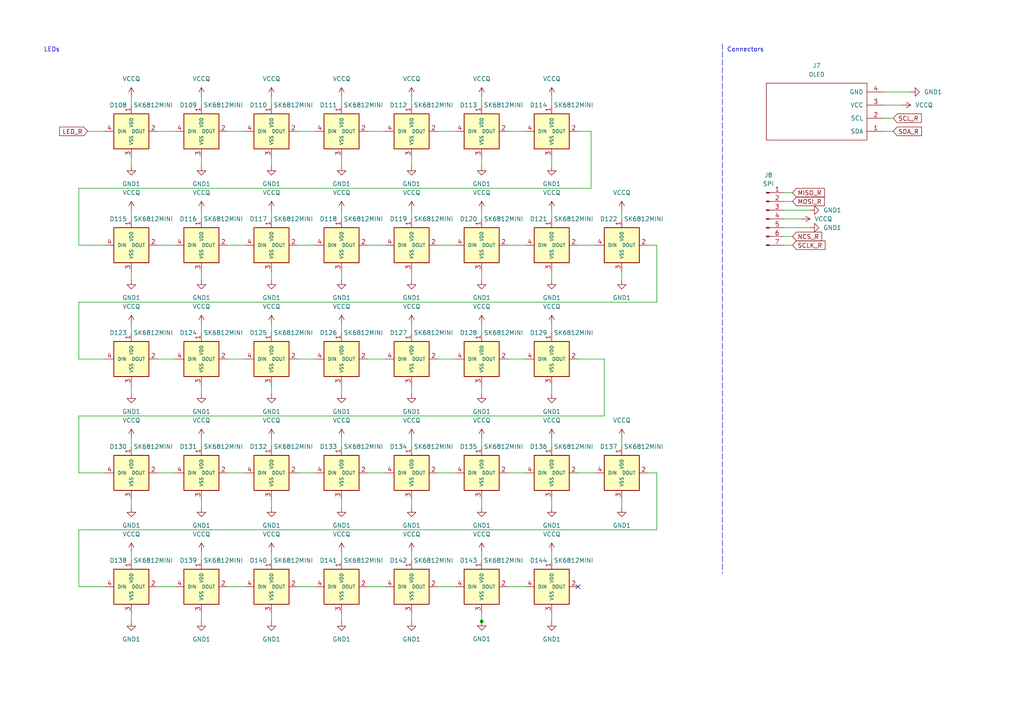
<source format=kicad_sch>
(kicad_sch (version 20211123) (generator eeschema)
  (paper "A4")
  (junction (at 139.7 180.2468))
  (no_connect (at 167.64 170.18))
  (wire (pts (xy 45.72 38.1) (xy 50.8 38.1)))
  (wire (pts (xy 139.7 177.8) (xy 139.7 180.2468)))
  (wire (pts (xy 22.86 153.67) (xy 190.5 153.67)))
  (wire (pts (xy 256.54 34.29) (xy 259.08 34.29)))
  (wire (pts (xy 171.45 54.61) (xy 22.86 54.61)))
  (wire (pts (xy 119.38 111.76) (xy 119.38 114.3)))
  (wire (pts (xy 22.86 137.16) (xy 30.48 137.16)))
  (wire (pts (xy 160.02 93.98) (xy 160.02 96.52)))
  (wire (pts (xy 58.42 144.78) (xy 58.42 147.32)))
  (wire (pts (xy 22.86 104.14) (xy 30.48 104.14)))
  (wire (pts (xy 139.7 93.98) (xy 139.7 96.52)))
  (wire (pts (xy 66.04 71.12) (xy 71.12 71.12)))
  (wire (pts (xy 139.7 45.72) (xy 139.7 48.26)))
  (wire (pts (xy 58.42 127) (xy 58.42 129.54)))
  (wire (pts (xy 106.68 104.14) (xy 111.76 104.14)))
  (wire (pts (xy 66.04 137.16) (xy 71.12 137.16)))
  (wire (pts (xy 86.36 170.18) (xy 91.44 170.18)))
  (wire (pts (xy 227.33 60.96) (xy 234.95 60.96)))
  (wire (pts (xy 78.74 78.74) (xy 78.74 81.28)))
  (wire (pts (xy 106.68 137.16) (xy 111.76 137.16)))
  (wire (pts (xy 119.38 27.94) (xy 119.38 30.48)))
  (wire (pts (xy 190.5 71.12) (xy 190.5 87.63)))
  (wire (pts (xy 78.74 27.94) (xy 78.74 30.48)))
  (wire (pts (xy 99.06 60.96) (xy 99.06 63.5)))
  (wire (pts (xy 147.32 104.14) (xy 152.4 104.14)))
  (wire (pts (xy 227.33 58.42) (xy 229.87 58.42)))
  (wire (pts (xy 58.42 60.96) (xy 58.42 63.5)))
  (wire (pts (xy 190.5 137.16) (xy 190.5 153.67)))
  (wire (pts (xy 167.64 38.1) (xy 171.45 38.1)))
  (wire (pts (xy 86.36 71.12) (xy 91.44 71.12)))
  (wire (pts (xy 147.32 71.12) (xy 152.4 71.12)))
  (wire (pts (xy 256.54 26.67) (xy 264.16 26.67)))
  (wire (pts (xy 99.06 27.94) (xy 99.06 30.48)))
  (wire (pts (xy 86.36 104.14) (xy 91.44 104.14)))
  (wire (pts (xy 99.06 160.02) (xy 99.06 162.56)))
  (wire (pts (xy 78.74 127) (xy 78.74 129.54)))
  (wire (pts (xy 139.7 111.76) (xy 139.7 114.3)))
  (wire (pts (xy 160.02 177.8) (xy 160.02 180.34)))
  (wire (pts (xy 66.04 170.18) (xy 71.12 170.18)))
  (wire (pts (xy 38.1 93.98) (xy 38.1 96.52)))
  (wire (pts (xy 256.54 38.1) (xy 259.08 38.1)))
  (wire (pts (xy 45.72 71.12) (xy 50.8 71.12)))
  (wire (pts (xy 187.96 71.12) (xy 190.5 71.12)))
  (wire (pts (xy 78.74 60.96) (xy 78.74 63.5)))
  (wire (pts (xy 38.1 127) (xy 38.1 129.54)))
  (wire (pts (xy 38.1 45.72) (xy 38.1 48.26)))
  (wire (pts (xy 22.86 120.65) (xy 22.86 137.16)))
  (wire (pts (xy 99.06 177.8) (xy 99.06 180.34)))
  (wire (pts (xy 25.4 38.1) (xy 30.48 38.1)))
  (wire (pts (xy 167.64 71.12) (xy 172.72 71.12)))
  (wire (pts (xy 99.06 78.74) (xy 99.06 81.28)))
  (wire (pts (xy 22.86 71.12) (xy 30.48 71.12)))
  (wire (pts (xy 58.42 160.02) (xy 58.42 162.56)))
  (wire (pts (xy 127 170.18) (xy 132.08 170.18)))
  (wire (pts (xy 99.06 45.72) (xy 99.06 48.26)))
  (wire (pts (xy 38.1 60.96) (xy 38.1 63.5)))
  (wire (pts (xy 160.02 45.72) (xy 160.02 48.26)))
  (wire (pts (xy 22.86 87.63) (xy 22.86 104.14)))
  (wire (pts (xy 58.42 45.72) (xy 58.42 48.26)))
  (wire (pts (xy 38.1 111.76) (xy 38.1 114.3)))
  (wire (pts (xy 99.06 127) (xy 99.06 129.54)))
  (wire (pts (xy 139.7 160.02) (xy 139.7 162.56)))
  (wire (pts (xy 139.7 127) (xy 139.7 129.54)))
  (wire (pts (xy 180.34 144.78) (xy 180.34 147.32)))
  (wire (pts (xy 106.68 38.1) (xy 111.76 38.1)))
  (wire (pts (xy 119.38 127) (xy 119.38 129.54)))
  (wire (pts (xy 139.7 60.96) (xy 139.7 63.5)))
  (wire (pts (xy 45.72 104.14) (xy 50.8 104.14)))
  (polyline (pts (xy 209.55 12.7) (xy 209.55 166.37)))
  (wire (pts (xy 147.32 170.18) (xy 152.4 170.18)))
  (wire (pts (xy 147.32 38.1) (xy 152.4 38.1)))
  (wire (pts (xy 22.86 120.65) (xy 175.26 120.65)))
  (wire (pts (xy 227.33 55.88) (xy 229.87 55.88)))
  (wire (pts (xy 45.72 137.16) (xy 50.8 137.16)))
  (wire (pts (xy 160.02 160.02) (xy 160.02 162.56)))
  (wire (pts (xy 171.45 38.1) (xy 171.45 54.61)))
  (wire (pts (xy 78.74 93.98) (xy 78.74 96.52)))
  (wire (pts (xy 139.7 180.2468) (xy 139.7 180.34)))
  (wire (pts (xy 119.38 160.02) (xy 119.38 162.56)))
  (wire (pts (xy 127 104.14) (xy 132.08 104.14)))
  (wire (pts (xy 127 71.12) (xy 132.08 71.12)))
  (wire (pts (xy 78.74 177.8) (xy 78.74 180.34)))
  (wire (pts (xy 86.36 137.16) (xy 91.44 137.16)))
  (wire (pts (xy 160.02 27.94) (xy 160.02 30.48)))
  (wire (pts (xy 167.64 137.16) (xy 172.72 137.16)))
  (wire (pts (xy 160.02 60.96) (xy 160.02 63.5)))
  (wire (pts (xy 119.38 144.78) (xy 119.38 147.32)))
  (wire (pts (xy 227.33 63.5) (xy 232.41 63.5)))
  (wire (pts (xy 78.74 160.02) (xy 78.74 162.56)))
  (wire (pts (xy 106.68 170.18) (xy 111.76 170.18)))
  (wire (pts (xy 119.38 93.98) (xy 119.38 96.52)))
  (wire (pts (xy 127 38.1) (xy 132.08 38.1)))
  (wire (pts (xy 119.38 78.74) (xy 119.38 81.28)))
  (wire (pts (xy 187.96 137.16) (xy 190.5 137.16)))
  (wire (pts (xy 160.02 111.76) (xy 160.02 114.3)))
  (wire (pts (xy 160.02 144.78) (xy 160.02 147.32)))
  (wire (pts (xy 119.38 45.72) (xy 119.38 48.26)))
  (wire (pts (xy 99.06 111.76) (xy 99.06 114.3)))
  (wire (pts (xy 180.34 60.96) (xy 180.34 63.5)))
  (wire (pts (xy 147.32 137.16) (xy 152.4 137.16)))
  (wire (pts (xy 38.1 160.02) (xy 38.1 162.56)))
  (wire (pts (xy 256.54 30.48) (xy 261.62 30.48)))
  (wire (pts (xy 22.86 170.18) (xy 30.48 170.18)))
  (wire (pts (xy 78.74 111.76) (xy 78.74 114.3)))
  (wire (pts (xy 139.7 144.78) (xy 139.7 147.32)))
  (wire (pts (xy 180.34 78.74) (xy 180.34 81.28)))
  (wire (pts (xy 119.38 177.8) (xy 119.38 180.34)))
  (wire (pts (xy 86.36 38.1) (xy 91.44 38.1)))
  (wire (pts (xy 58.42 177.8) (xy 58.42 180.34)))
  (wire (pts (xy 58.42 27.94) (xy 58.42 30.48)))
  (wire (pts (xy 99.06 144.78) (xy 99.06 147.32)))
  (wire (pts (xy 22.86 153.67) (xy 22.86 170.18)))
  (wire (pts (xy 66.04 104.14) (xy 71.12 104.14)))
  (wire (pts (xy 227.33 71.12) (xy 229.87 71.12)))
  (wire (pts (xy 106.68 71.12) (xy 111.76 71.12)))
  (wire (pts (xy 38.1 78.74) (xy 38.1 81.28)))
  (wire (pts (xy 160.02 127) (xy 160.02 129.54)))
  (wire (pts (xy 78.74 144.78) (xy 78.74 147.32)))
  (wire (pts (xy 78.74 45.72) (xy 78.74 48.26)))
  (wire (pts (xy 139.7 78.74) (xy 139.7 81.28)))
  (wire (pts (xy 127 137.16) (xy 132.08 137.16)))
  (wire (pts (xy 45.72 170.18) (xy 50.8 170.18)))
  (wire (pts (xy 227.33 66.04) (xy 234.95 66.04)))
  (wire (pts (xy 139.7 27.94) (xy 139.7 30.48)))
  (wire (pts (xy 22.86 54.61) (xy 22.86 71.12)))
  (wire (pts (xy 38.1 27.94) (xy 38.1 30.48)))
  (wire (pts (xy 38.1 177.8) (xy 38.1 180.34)))
  (wire (pts (xy 58.42 111.76) (xy 58.42 114.3)))
  (wire (pts (xy 58.42 93.98) (xy 58.42 96.52)))
  (wire (pts (xy 227.33 68.58) (xy 229.87 68.58)))
  (wire (pts (xy 175.26 120.65) (xy 175.26 104.14)))
  (wire (pts (xy 180.34 127) (xy 180.34 129.54)))
  (wire (pts (xy 22.86 87.63) (xy 190.5 87.63)))
  (wire (pts (xy 38.1 144.78) (xy 38.1 147.32)))
  (wire (pts (xy 58.42 78.74) (xy 58.42 81.28)))
  (wire (pts (xy 99.06 93.98) (xy 99.06 96.52)))
  (wire (pts (xy 119.38 60.96) (xy 119.38 63.5)))
  (wire (pts (xy 66.04 38.1) (xy 71.12 38.1)))
  (wire (pts (xy 167.64 104.14) (xy 175.26 104.14)))
  (wire (pts (xy 160.02 78.74) (xy 160.02 81.28)))
  (text "LEDs" (at 12.7 15.24 0) (effects (font (size 1.27 1.27)) (justify left bottom)))
  (text "Connectors" (at 210.82 15.24 0) (effects (font (size 1.27 1.27)) (justify left bottom)))
  (global_label "NCS_R" (shape input) (at 229.87 68.58 0) (property "Intersheet References" "${INTERSHEET_REFS}" (effects hide)))
  (global_label "SCLK_R" (shape input) (at 229.87 71.12 0) (property "Intersheet References" "${INTERSHEET_REFS}" (effects hide)))
  (global_label "MOSI_R" (shape input) (at 229.87 58.42 0) (property "Intersheet References" "${INTERSHEET_REFS}" (effects hide)))
  (global_label "LED_R" (shape input) (at 25.4 38.1 180) (property "Intersheet References" "${INTERSHEET_REFS}" (effects hide)))
  (global_label "SDA_R" (shape input) (at 259.08 38.1 0) (property "Intersheet References" "${INTERSHEET_REFS}" (effects hide)))
  (global_label "SCL_R" (shape input) (at 259.08 34.29 0) (property "Intersheet References" "${INTERSHEET_REFS}" (effects hide)))
  (global_label "MISO_R" (shape input) (at 229.87 55.88 0) (property "Intersheet References" "${INTERSHEET_REFS}" (effects hide)))
  (symbol (lib_id "power:VCCQ") (at 139.7 27.94 0) (unit 1)
    (property "Reference" "#PWR0156" (effects hide))
    (property "Value" "VCCQ" (at 139.7 22.86 0))
  )
  (symbol (lib_name "YS-SK6812MINI-E_28") (lib_id "ma8ic_split_69:YS-SK6812MINI-E") (at 58.42 137.16 0) (unit 1)
    (property "Reference" "D131" (at 54.61 129.54 0))
    (property "Value" "SK6812MINI" (at 64.77 129.54 0))
    (property "Footprint" "ma8ic_split_69:YS-SK6812MINI-E" (effects hide))
    (property "Datasheet" "https://cdn-shop.adafruit.com/product-files/2686/SK6812MINI_REV.01-1-2.pdf" (effects hide))
    (property "LCSC" "C5149201" (effects hide))
  )
  (symbol (lib_id "power:VCCQ") (at 139.7 60.96 0) (unit 1)
    (property "Reference" "#PWR0165" (effects hide))
    (property "Value" "VCCQ" (at 139.7 55.88 0))
  )
  (symbol (lib_id "power:VCCQ") (at 78.74 60.96 0) (unit 1)
    (property "Reference" "#PWR0168" (effects hide))
    (property "Value" "VCCQ" (at 78.74 55.88 0))
  )
  (symbol (lib_name "YS-SK6812MINI-E_27") (lib_id "ma8ic_split_69:YS-SK6812MINI-E") (at 38.1 170.18 0) (unit 1)
    (property "Reference" "D138" (at 34.29 162.56 0))
    (property "Value" "SK6812MINI" (at 44.45 162.56 0))
    (property "Footprint" "ma8ic_split_69:YS-SK6812MINI-E" (effects hide))
    (property "Datasheet" "https://cdn-shop.adafruit.com/product-files/2686/SK6812MINI_REV.01-1-2.pdf" (effects hide))
    (property "LCSC" "C5149201" (effects hide))
  )
  (symbol (lib_name "YS-SK6812MINI-E_21") (lib_id "ma8ic_split_69:YS-SK6812MINI-E") (at 58.42 38.1 0) (unit 1)
    (property "Reference" "D109" (at 54.61 30.48 0))
    (property "Value" "SK6812MINI" (at 64.77 30.48 0))
    (property "Footprint" "ma8ic_split_69:YS-SK6812MINI-E" (effects hide))
    (property "Datasheet" "https://cdn-shop.adafruit.com/product-files/2686/SK6812MINI_REV.01-1-2.pdf" (effects hide))
    (property "LCSC" "C5149201" (effects hide))
  )
  (symbol (lib_id "power:VCCQ") (at 99.06 27.94 0) (unit 1)
    (property "Reference" "#PWR0174" (effects hide))
    (property "Value" "VCCQ" (at 99.06 22.86 0))
  )
  (symbol (lib_id "power:GND1") (at 119.38 114.3 0) (unit 1)
    (property "Reference" "#PWR0141" (effects hide))
    (property "Value" "GND1" (at 119.38 119.38 0))
  )
  (symbol (lib_id "power:VCCQ") (at 160.02 27.94 0) (unit 1)
    (property "Reference" "#PWR0155" (effects hide))
    (property "Value" "VCCQ" (at 160.02 22.86 0))
  )
  (symbol (lib_id "power:GND1") (at 78.74 114.3 0) (unit 1)
    (property "Reference" "#PWR0197" (effects hide))
    (property "Value" "GND1" (at 78.74 119.38 0))
  )
  (symbol (lib_name "YS-SK6812MINI-E_3") (lib_id "ma8ic_split_69:YS-SK6812MINI-E") (at 160.02 137.16 0) (unit 1)
    (property "Reference" "D136" (at 156.21 129.54 0))
    (property "Value" "SK6812MINI" (at 166.37 129.54 0))
    (property "Footprint" "ma8ic_split_69:YS-SK6812MINI-E" (effects hide))
    (property "Datasheet" "https://cdn-shop.adafruit.com/product-files/2686/SK6812MINI_REV.01-1-2.pdf" (effects hide))
    (property "LCSC" "C5149201" (effects hide))
  )
  (symbol (lib_id "power:VCCQ") (at 38.1 127 0) (unit 1)
    (property "Reference" "#PWR0189" (effects hide))
    (property "Value" "VCCQ" (at 38.1 121.92 0))
  )
  (symbol (lib_id "power:VCCQ") (at 38.1 93.98 0) (unit 1)
    (property "Reference" "#PWR0184" (effects hide))
    (property "Value" "VCCQ" (at 38.1 88.9 0))
  )
  (symbol (lib_id "power:VCCQ") (at 160.02 93.98 0) (unit 1)
    (property "Reference" "#PWR0146" (effects hide))
    (property "Value" "VCCQ" (at 160.02 88.9 0))
  )
  (symbol (lib_name "YS-SK6812MINI-E_19") (lib_id "ma8ic_split_69:YS-SK6812MINI-E") (at 58.42 71.12 0) (unit 1)
    (property "Reference" "D116" (at 54.61 63.5 0))
    (property "Value" "SK6812MINI" (at 64.77 63.5 0))
    (property "Footprint" "ma8ic_split_69:YS-SK6812MINI-E" (effects hide))
    (property "Datasheet" "https://cdn-shop.adafruit.com/product-files/2686/SK6812MINI_REV.01-1-2.pdf" (effects hide))
    (property "LCSC" "C5149201" (effects hide))
  )
  (symbol (lib_name "YS-SK6812MINI-E_23") (lib_id "ma8ic_split_69:YS-SK6812MINI-E") (at 78.74 137.16 0) (unit 1)
    (property "Reference" "D132" (at 74.93 129.54 0))
    (property "Value" "SK6812MINI" (at 85.09 129.54 0))
    (property "Footprint" "ma8ic_split_69:YS-SK6812MINI-E" (effects hide))
    (property "Datasheet" "https://cdn-shop.adafruit.com/product-files/2686/SK6812MINI_REV.01-1-2.pdf" (effects hide))
    (property "LCSC" "C5149201" (effects hide))
  )
  (symbol (lib_name "YS-SK6812MINI-E_12") (lib_id "ma8ic_split_69:YS-SK6812MINI-E") (at 180.34 71.12 0) (unit 1)
    (property "Reference" "D122" (at 176.53 63.5 0))
    (property "Value" "SK6812MINI" (at 186.69 63.5 0))
    (property "Footprint" "ma8ic_split_69:YS-SK6812MINI-E" (effects hide))
    (property "Datasheet" "https://cdn-shop.adafruit.com/product-files/2686/SK6812MINI_REV.01-1-2.pdf" (effects hide))
    (property "LCSC" "C5149201" (effects hide))
  )
  (symbol (lib_id "power:GND1") (at 99.06 48.26 0) (unit 1)
    (property "Reference" "#PWR0167" (effects hide))
    (property "Value" "GND1" (at 99.06 53.34 0))
  )
  (symbol (lib_id "power:VCCQ") (at 99.06 127 0) (unit 1)
    (property "Reference" "#PWR0198" (effects hide))
    (property "Value" "VCCQ" (at 99.06 121.92 0))
  )
  (symbol (lib_id "power:VCCQ") (at 99.06 160.02 0) (unit 1)
    (property "Reference" "#PWR0194" (effects hide))
    (property "Value" "VCCQ" (at 99.06 154.94 0))
  )
  (symbol (lib_id "power:VCCQ") (at 58.42 27.94 0) (unit 1)
    (property "Reference" "#PWR0177" (effects hide))
    (property "Value" "VCCQ" (at 58.42 22.86 0))
  )
  (symbol (lib_id "power:VCCQ") (at 38.1 60.96 0) (unit 1)
    (property "Reference" "#PWR0180" (effects hide))
    (property "Value" "VCCQ" (at 38.1 55.88 0))
  )
  (symbol (lib_id "power:GND1") (at 180.34 147.32 0) (unit 1)
    (property "Reference" "#PWR0143" (effects hide))
    (property "Value" "GND1" (at 180.34 152.4 0))
  )
  (symbol (lib_id "power:GND1") (at 139.7 48.26 0) (unit 1)
    (property "Reference" "#PWR0157" (effects hide))
    (property "Value" "GND1" (at 139.7 53.34 0))
  )
  (symbol (lib_id "power:GND1") (at 78.74 81.28 0) (unit 1)
    (property "Reference" "#PWR0170" (effects hide))
    (property "Value" "GND1" (at 78.74 86.36 0))
  )
  (symbol (lib_id "power:VCCQ") (at 119.38 93.98 0) (unit 1)
    (property "Reference" "#PWR0158" (effects hide))
    (property "Value" "VCCQ" (at 119.38 88.9 0))
  )
  (symbol (lib_name "YS-SK6812MINI-E_8") (lib_id "ma8ic_split_69:YS-SK6812MINI-E") (at 139.7 38.1 0) (unit 1)
    (property "Reference" "D113" (at 135.89 30.48 0))
    (property "Value" "SK6812MINI" (at 146.05 30.48 0))
    (property "Footprint" "ma8ic_split_69:YS-SK6812MINI-E" (effects hide))
    (property "Datasheet" "https://cdn-shop.adafruit.com/product-files/2686/SK6812MINI_REV.01-1-2.pdf" (effects hide))
    (property "LCSC" "C5149201" (effects hide))
  )
  (symbol (lib_id "power:GND1") (at 264.16 26.67 90) (unit 1)
    (property "Reference" "#PWR0154" (effects hide))
    (property "Value" "GND1" (at 267.97 26.6699 90) (effects (justify right)))
  )
  (symbol (lib_id "power:GND1") (at 160.02 180.34 0) (unit 1)
    (property "Reference" "#PWR0192" (effects hide))
    (property "Value" "GND1" (at 160.02 185.42 0))
  )
  (symbol (lib_name "YS-SK6812MINI-E_10") (lib_id "ma8ic_split_69:YS-SK6812MINI-E") (at 160.02 71.12 0) (unit 1)
    (property "Reference" "D121" (at 156.21 63.5 0))
    (property "Value" "SK6812MINI" (at 166.37 63.5 0))
    (property "Footprint" "ma8ic_split_69:YS-SK6812MINI-E" (effects hide))
    (property "Datasheet" "https://cdn-shop.adafruit.com/product-files/2686/SK6812MINI_REV.01-1-2.pdf" (effects hide))
    (property "LCSC" "C5149201" (effects hide))
  )
  (symbol (lib_id "power:VCCQ") (at 139.7 127 0) (unit 1)
    (property "Reference" "#PWR0144" (effects hide))
    (property "Value" "VCCQ" (at 139.7 121.92 0))
  )
  (symbol (lib_id "power:GND1") (at 234.95 66.04 90) (unit 1)
    (property "Reference" "#PWR0152" (effects hide))
    (property "Value" "GND1" (at 238.76 66.0399 90) (effects (justify right)))
  )
  (symbol (lib_id "power:VCCQ") (at 119.38 27.94 0) (unit 1)
    (property "Reference" "#PWR0162" (effects hide))
    (property "Value" "VCCQ" (at 119.38 22.86 0))
  )
  (symbol (lib_name "YS-SK6812MINI-E_35") (lib_id "ma8ic_split_69:YS-SK6812MINI-E") (at 99.06 104.14 0) (unit 1)
    (property "Reference" "D126" (at 95.25 96.52 0))
    (property "Value" "SK6812MINI" (at 105.41 96.52 0))
    (property "Footprint" "ma8ic_split_69:YS-SK6812MINI-E" (effects hide))
    (property "Datasheet" "https://cdn-shop.adafruit.com/product-files/2686/SK6812MINI_REV.01-1-2.pdf" (effects hide))
    (property "LCSC" "C5149201" (effects hide))
  )
  (symbol (lib_id "power:VCCQ") (at 232.41 63.5 270) (unit 1)
    (property "Reference" "#PWR0136" (effects hide))
    (property "Value" "VCCQ" (at 236.22 63.4999 90) (effects (justify left)))
  )
  (symbol (lib_id "power:VCCQ") (at 180.34 127 0) (unit 1)
    (property "Reference" "#PWR0142" (effects hide))
    (property "Value" "VCCQ" (at 180.34 121.92 0))
  )
  (symbol (lib_id "power:GND1") (at 58.42 180.34 0) (unit 1)
    (property "Reference" "#PWR0203" (effects hide))
    (property "Value" "GND1" (at 58.42 185.42 0))
  )
  (symbol (lib_name "YS-SK6812MINI-E_6") (lib_id "ma8ic_split_69:YS-SK6812MINI-E") (at 139.7 137.16 0) (unit 1)
    (property "Reference" "D135" (at 135.89 129.54 0))
    (property "Value" "SK6812MINI" (at 146.05 129.54 0))
    (property "Footprint" "ma8ic_split_69:YS-SK6812MINI-E" (effects hide))
    (property "Datasheet" "https://cdn-shop.adafruit.com/product-files/2686/SK6812MINI_REV.01-1-2.pdf" (effects hide))
    (property "LCSC" "C5149201" (effects hide))
  )
  (symbol (lib_name "YS-SK6812MINI-E_13") (lib_id "ma8ic_split_69:YS-SK6812MINI-E") (at 119.38 38.1 0) (unit 1)
    (property "Reference" "D112" (at 115.57 30.48 0))
    (property "Value" "SK6812MINI" (at 125.73 30.48 0))
    (property "Footprint" "ma8ic_split_69:YS-SK6812MINI-E" (effects hide))
    (property "Datasheet" "https://cdn-shop.adafruit.com/product-files/2686/SK6812MINI_REV.01-1-2.pdf" (effects hide))
    (property "LCSC" "C5149201" (effects hide))
  )
  (symbol (lib_id "ma8ic_split_69:OLED") (at 237.49 31.75 180) (unit 1)
    (property "Reference" "J7" (at 236.855 19.05 0) (effects (font (size 1.2954 1.2954))))
    (property "Value" "OLED" (at 236.855 21.59 0) (effects (font (size 1.1938 1.1938))))
    (property "Footprint" "ma8ic_split_69:OLED_v2" (effects hide))
  )
  (symbol (lib_id "power:VCCQ") (at 38.1 27.94 0) (unit 1)
    (property "Reference" "#PWR0176" (effects hide))
    (property "Value" "VCCQ" (at 38.1 22.86 0))
  )
  (symbol (lib_id "power:VCCQ") (at 58.42 60.96 0) (unit 1)
    (property "Reference" "#PWR0179" (effects hide))
    (property "Value" "VCCQ" (at 58.42 55.88 0))
  )
  (symbol (lib_name "YS-SK6812MINI-E_22") (lib_id "ma8ic_split_69:YS-SK6812MINI-E") (at 99.06 137.16 0) (unit 1)
    (property "Reference" "D133" (at 95.25 129.54 0))
    (property "Value" "SK6812MINI" (at 105.41 129.54 0))
    (property "Footprint" "ma8ic_split_69:YS-SK6812MINI-E" (effects hide))
    (property "Datasheet" "https://cdn-shop.adafruit.com/product-files/2686/SK6812MINI_REV.01-1-2.pdf" (effects hide))
    (property "LCSC" "C5149201" (effects hide))
  )
  (symbol (lib_id "power:GND1") (at 38.1 48.26 0) (unit 1)
    (property "Reference" "#PWR0181" (effects hide))
    (property "Value" "GND1" (at 38.1 53.34 0))
  )
  (symbol (lib_name "YS-SK6812MINI-E_17") (lib_id "ma8ic_split_69:YS-SK6812MINI-E") (at 78.74 38.1 0) (unit 1)
    (property "Reference" "D110" (at 74.93 30.48 0))
    (property "Value" "SK6812MINI" (at 85.09 30.48 0))
    (property "Footprint" "ma8ic_split_69:YS-SK6812MINI-E" (effects hide))
    (property "Datasheet" "https://cdn-shop.adafruit.com/product-files/2686/SK6812MINI_REV.01-1-2.pdf" (effects hide))
    (property "LCSC" "C5149201" (effects hide))
  )
  (symbol (lib_id "power:GND1") (at 38.1 147.32 0) (unit 1)
    (property "Reference" "#PWR0207" (effects hide))
    (property "Value" "GND1" (at 38.1 152.4 0))
  )
  (symbol (lib_id "power:GND1") (at 119.38 180.34 0) (unit 1)
    (property "Reference" "#PWR0191" (effects hide))
    (property "Value" "GND1" (at 119.38 185.42 0))
  )
  (symbol (lib_id "power:VCCQ") (at 58.42 160.02 0) (unit 1)
    (property "Reference" "#PWR0202" (effects hide))
    (property "Value" "VCCQ" (at 58.42 154.94 0))
  )
  (symbol (lib_id "power:GND1") (at 58.42 48.26 0) (unit 1)
    (property "Reference" "#PWR0178" (effects hide))
    (property "Value" "GND1" (at 58.42 53.34 0))
  )
  (symbol (lib_id "power:GND1") (at 58.42 114.3 0) (unit 1)
    (property "Reference" "#PWR0188" (effects hide))
    (property "Value" "GND1" (at 58.42 119.38 0))
  )
  (symbol (lib_name "YS-SK6812MINI-E_18") (lib_id "ma8ic_split_69:YS-SK6812MINI-E") (at 38.1 71.12 0) (unit 1)
    (property "Reference" "D115" (at 34.29 63.5 0))
    (property "Value" "SK6812MINI" (at 44.45 63.5 0))
    (property "Footprint" "ma8ic_split_69:YS-SK6812MINI-E" (effects hide))
    (property "Datasheet" "https://cdn-shop.adafruit.com/product-files/2686/SK6812MINI_REV.01-1-2.pdf" (effects hide))
    (property "LCSC" "C5149201" (effects hide))
  )
  (symbol (lib_id "power:VCCQ") (at 261.62 30.48 270) (unit 1)
    (property "Reference" "#PWR0153" (effects hide))
    (property "Value" "VCCQ" (at 265.43 30.4799 90) (effects (justify left)))
  )
  (symbol (lib_id "power:GND1") (at 99.06 147.32 0) (unit 1)
    (property "Reference" "#PWR0193" (effects hide))
    (property "Value" "GND1" (at 99.06 152.4 0))
  )
  (symbol (lib_id "power:VCCQ") (at 119.38 60.96 0) (unit 1)
    (property "Reference" "#PWR0164" (effects hide))
    (property "Value" "VCCQ" (at 119.38 55.88 0))
  )
  (symbol (lib_name "YS-SK6812MINI-E_7") (lib_id "ma8ic_split_69:YS-SK6812MINI-E") (at 119.38 137.16 0) (unit 1)
    (property "Reference" "D134" (at 115.57 129.54 0))
    (property "Value" "SK6812MINI" (at 125.73 129.54 0))
    (property "Footprint" "ma8ic_split_69:YS-SK6812MINI-E" (effects hide))
    (property "Datasheet" "https://cdn-shop.adafruit.com/product-files/2686/SK6812MINI_REV.01-1-2.pdf" (effects hide))
    (property "LCSC" "C5149201" (effects hide))
  )
  (symbol (lib_id "power:VCCQ") (at 160.02 160.02 0) (unit 1)
    (property "Reference" "#PWR0133" (effects hide))
    (property "Value" "VCCQ" (at 160.02 154.94 0))
  )
  (symbol (lib_id "power:GND1") (at 78.74 147.32 0) (unit 1)
    (property "Reference" "#PWR0204" (effects hide))
    (property "Value" "GND1" (at 78.74 152.4 0))
  )
  (symbol (lib_name "YS-SK6812MINI-E_34") (lib_id "ma8ic_split_69:YS-SK6812MINI-E") (at 78.74 104.14 0) (unit 1)
    (property "Reference" "D125" (at 74.93 96.52 0))
    (property "Value" "SK6812MINI" (at 85.09 96.52 0))
    (property "Footprint" "ma8ic_split_69:YS-SK6812MINI-E" (effects hide))
    (property "Datasheet" "https://cdn-shop.adafruit.com/product-files/2686/SK6812MINI_REV.01-1-2.pdf" (effects hide))
    (property "LCSC" "C5149201" (effects hide))
  )
  (symbol (lib_id "power:VCCQ") (at 99.06 60.96 0) (unit 1)
    (property "Reference" "#PWR0166" (effects hide))
    (property "Value" "VCCQ" (at 99.06 55.88 0))
  )
  (symbol (lib_name "YS-SK6812MINI-E_11") (lib_id "ma8ic_split_69:YS-SK6812MINI-E") (at 139.7 71.12 0) (unit 1)
    (property "Reference" "D120" (at 135.89 63.5 0))
    (property "Value" "SK6812MINI" (at 146.05 63.5 0))
    (property "Footprint" "ma8ic_split_69:YS-SK6812MINI-E" (effects hide))
    (property "Datasheet" "https://cdn-shop.adafruit.com/product-files/2686/SK6812MINI_REV.01-1-2.pdf" (effects hide))
    (property "LCSC" "C5149201" (effects hide))
  )
  (symbol (lib_id "power:VCCQ") (at 119.38 160.02 0) (unit 1)
    (property "Reference" "#PWR0135" (effects hide))
    (property "Value" "VCCQ" (at 119.38 154.94 0))
  )
  (symbol (lib_id "power:GND1") (at 99.06 81.28 0) (unit 1)
    (property "Reference" "#PWR0172" (effects hide))
    (property "Value" "GND1" (at 99.06 86.36 0))
  )
  (symbol (lib_id "power:VCCQ") (at 160.02 60.96 0) (unit 1)
    (property "Reference" "#PWR0150" (effects hide))
    (property "Value" "VCCQ" (at 160.02 55.88 0))
  )
  (symbol (lib_id "power:GND1") (at 139.7 147.32 0) (unit 1)
    (property "Reference" "#PWR0132" (effects hide))
    (property "Value" "GND1" (at 139.7 152.4 0))
  )
  (symbol (lib_name "YS-SK6812MINI-E_32") (lib_id "ma8ic_split_69:YS-SK6812MINI-E") (at 119.38 104.14 0) (unit 1)
    (property "Reference" "D127" (at 115.57 96.52 0))
    (property "Value" "SK6812MINI" (at 125.73 96.52 0))
    (property "Footprint" "ma8ic_split_69:YS-SK6812MINI-E" (effects hide))
    (property "Datasheet" "https://cdn-shop.adafruit.com/product-files/2686/SK6812MINI_REV.01-1-2.pdf" (effects hide))
    (property "LCSC" "C5149201" (effects hide))
  )
  (symbol (lib_name "YS-SK6812MINI-E_20") (lib_id "ma8ic_split_69:YS-SK6812MINI-E") (at 38.1 38.1 0) (unit 1)
    (property "Reference" "D108" (at 34.29 30.48 0))
    (property "Value" "SK6812MINI" (at 44.45 30.48 0))
    (property "Footprint" "ma8ic_split_69:YS-SK6812MINI-E" (effects hide))
    (property "Datasheet" "https://cdn-shop.adafruit.com/product-files/2686/SK6812MINI_REV.01-1-2.pdf" (effects hide))
    (property "LCSC" "C5149201" (effects hide))
  )
  (symbol (lib_id "power:GND1") (at 119.38 147.32 0) (unit 1)
    (property "Reference" "#PWR0137" (effects hide))
    (property "Value" "GND1" (at 119.38 152.4 0))
  )
  (symbol (lib_name "YS-SK6812MINI-E_16") (lib_id "ma8ic_split_69:YS-SK6812MINI-E") (at 99.06 38.1 0) (unit 1)
    (property "Reference" "D111" (at 95.25 30.48 0))
    (property "Value" "SK6812MINI" (at 105.41 30.48 0))
    (property "Footprint" "ma8ic_split_69:YS-SK6812MINI-E" (effects hide))
    (property "Datasheet" "https://cdn-shop.adafruit.com/product-files/2686/SK6812MINI_REV.01-1-2.pdf" (effects hide))
    (property "LCSC" "C5149201" (effects hide))
  )
  (symbol (lib_id "power:GND1") (at 38.1 114.3 0) (unit 1)
    (property "Reference" "#PWR0186" (effects hide))
    (property "Value" "GND1" (at 38.1 119.38 0))
  )
  (symbol (lib_id "power:VCCQ") (at 160.02 127 0) (unit 1)
    (property "Reference" "#PWR0138" (effects hide))
    (property "Value" "VCCQ" (at 160.02 121.92 0))
  )
  (symbol (lib_id "power:GND1") (at 99.06 180.34 0) (unit 1)
    (property "Reference" "#PWR0195" (effects hide))
    (property "Value" "GND1" (at 99.06 185.42 0))
  )
  (symbol (lib_id "power:VCCQ") (at 139.7 160.02 0) (unit 1)
    (property "Reference" "#PWR0131" (effects hide))
    (property "Value" "VCCQ" (at 139.7 154.94 0))
  )
  (symbol (lib_id "power:VCCQ") (at 78.74 160.02 0) (unit 1)
    (property "Reference" "#PWR0200" (effects hide))
    (property "Value" "VCCQ" (at 78.74 154.94 0))
  )
  (symbol (lib_id "power:GND1") (at 139.7 180.2468 0) (unit 1)
    (property "Reference" "#PWR0190" (effects hide))
    (property "Value" "GND1" (at 139.7 185.3268 0))
  )
  (symbol (lib_name "YS-SK6812MINI-E_26") (lib_id "ma8ic_split_69:YS-SK6812MINI-E") (at 78.74 170.18 0) (unit 1)
    (property "Reference" "D140" (at 74.93 162.56 0))
    (property "Value" "SK6812MINI" (at 85.09 162.56 0))
    (property "Footprint" "ma8ic_split_69:YS-SK6812MINI-E" (effects hide))
    (property "Datasheet" "https://cdn-shop.adafruit.com/product-files/2686/SK6812MINI_REV.01-1-2.pdf" (effects hide))
    (property "LCSC" "C5149201" (effects hide))
  )
  (symbol (lib_name "YS-SK6812MINI-E_30") (lib_id "ma8ic_split_69:YS-SK6812MINI-E") (at 139.7 104.14 0) (unit 1)
    (property "Reference" "D128" (at 135.89 96.52 0))
    (property "Value" "SK6812MINI" (at 146.05 96.52 0))
    (property "Footprint" "ma8ic_split_69:YS-SK6812MINI-E" (effects hide))
    (property "Datasheet" "https://cdn-shop.adafruit.com/product-files/2686/SK6812MINI_REV.01-1-2.pdf" (effects hide))
    (property "LCSC" "C5149201" (effects hide))
  )
  (symbol (lib_name "YS-SK6812MINI-E_5") (lib_id "ma8ic_split_69:YS-SK6812MINI-E") (at 119.38 170.18 0) (unit 1)
    (property "Reference" "D142" (at 115.57 162.56 0))
    (property "Value" "SK6812MINI" (at 125.73 162.56 0))
    (property "Footprint" "ma8ic_split_69:YS-SK6812MINI-E" (effects hide))
    (property "Datasheet" "https://cdn-shop.adafruit.com/product-files/2686/SK6812MINI_REV.01-1-2.pdf" (effects hide))
    (property "LCSC" "C5149201" (effects hide))
  )
  (symbol (lib_id "ma8ic_split_69:Conn_01x07_Male") (at 222.25 63.5 0) (unit 1)
    (property "Reference" "J8" (at 222.885 50.8 0))
    (property "Value" "SPI" (at 222.885 53.34 0))
    (property "Footprint" "ma8ic_split_69:PinSocket_1x07_P2.54mm_Vertical" (effects hide))
  )
  (symbol (lib_name "YS-SK6812MINI-E_15") (lib_id "ma8ic_split_69:YS-SK6812MINI-E") (at 78.74 71.12 0) (unit 1)
    (property "Reference" "D117" (at 74.93 63.5 0))
    (property "Value" "SK6812MINI" (at 85.09 63.5 0))
    (property "Footprint" "ma8ic_split_69:YS-SK6812MINI-E" (effects hide))
    (property "Datasheet" "https://cdn-shop.adafruit.com/product-files/2686/SK6812MINI_REV.01-1-2.pdf" (effects hide))
    (property "LCSC" "C5149201" (effects hide))
  )
  (symbol (lib_id "power:GND1") (at 119.38 48.26 0) (unit 1)
    (property "Reference" "#PWR0163" (effects hide))
    (property "Value" "GND1" (at 119.38 53.34 0))
  )
  (symbol (lib_id "power:VCCQ") (at 99.06 93.98 0) (unit 1)
    (property "Reference" "#PWR0171" (effects hide))
    (property "Value" "VCCQ" (at 99.06 88.9 0))
  )
  (symbol (lib_id "power:VCCQ") (at 38.1 160.02 0) (unit 1)
    (property "Reference" "#PWR0205" (effects hide))
    (property "Value" "VCCQ" (at 38.1 154.94 0))
  )
  (symbol (lib_name "YS-SK6812MINI-E_24") (lib_id "ma8ic_split_69:YS-SK6812MINI-E") (at 99.06 170.18 0) (unit 1)
    (property "Reference" "D141" (at 95.25 162.56 0))
    (property "Value" "SK6812MINI" (at 105.41 162.56 0))
    (property "Footprint" "ma8ic_split_69:YS-SK6812MINI-E" (effects hide))
    (property "Datasheet" "https://cdn-shop.adafruit.com/product-files/2686/SK6812MINI_REV.01-1-2.pdf" (effects hide))
    (property "LCSC" "C5149201" (effects hide))
  )
  (symbol (lib_name "YS-SK6812MINI-E_1") (lib_id "ma8ic_split_69:YS-SK6812MINI-E") (at 180.34 137.16 0) (unit 1)
    (property "Reference" "D137" (at 176.53 129.54 0))
    (property "Value" "SK6812MINI" (at 186.69 129.54 0))
    (property "Footprint" "ma8ic_split_69:YS-SK6812MINI-E" (effects hide))
    (property "Datasheet" "https://cdn-shop.adafruit.com/product-files/2686/SK6812MINI_REV.01-1-2.pdf" (effects hide))
    (property "LCSC" "C5149201" (effects hide))
  )
  (symbol (lib_id "power:GND1") (at 99.06 114.3 0) (unit 1)
    (property "Reference" "#PWR0199" (effects hide))
    (property "Value" "GND1" (at 99.06 119.38 0))
  )
  (symbol (lib_id "power:VCCQ") (at 78.74 93.98 0) (unit 1)
    (property "Reference" "#PWR0169" (effects hide))
    (property "Value" "VCCQ" (at 78.74 88.9 0))
  )
  (symbol (lib_name "YS-SK6812MINI-E_2") (lib_id "ma8ic_split_69:YS-SK6812MINI-E") (at 139.7 170.18 0) (unit 1)
    (property "Reference" "D143" (at 135.89 162.56 0))
    (property "Value" "SK6812MINI" (at 146.05 162.56 0))
    (property "Footprint" "ma8ic_split_69:YS-SK6812MINI-E" (effects hide))
    (property "Datasheet" "https://cdn-shop.adafruit.com/product-files/2686/SK6812MINI_REV.01-1-2.pdf" (effects hide))
    (property "LCSC" "C5149201" (effects hide))
  )
  (symbol (lib_name "YS-SK6812MINI-E_33") (lib_id "ma8ic_split_69:YS-SK6812MINI-E") (at 119.38 71.12 0) (unit 1)
    (property "Reference" "D119" (at 115.57 63.5 0))
    (property "Value" "SK6812MINI" (at 125.73 63.5 0))
    (property "Footprint" "ma8ic_split_69:YS-SK6812MINI-E" (effects hide))
    (property "Datasheet" "https://cdn-shop.adafruit.com/product-files/2686/SK6812MINI_REV.01-1-2.pdf" (effects hide))
    (property "LCSC" "C5149201" (effects hide))
  )
  (symbol (lib_name "YS-SK6812MINI-E_36") (lib_id "ma8ic_split_69:YS-SK6812MINI-E") (at 38.1 104.14 0) (unit 1)
    (property "Reference" "D123" (at 34.29 96.52 0))
    (property "Value" "SK6812MINI" (at 44.45 96.52 0))
    (property "Footprint" "ma8ic_split_69:YS-SK6812MINI-E" (effects hide))
    (property "Datasheet" "https://cdn-shop.adafruit.com/product-files/2686/SK6812MINI_REV.01-1-2.pdf" (effects hide))
    (property "LCSC" "C5149201" (effects hide))
  )
  (symbol (lib_id "power:GND1") (at 78.74 180.34 0) (unit 1)
    (property "Reference" "#PWR0201" (effects hide))
    (property "Value" "GND1" (at 78.74 185.42 0))
  )
  (symbol (lib_name "YS-SK6812MINI-E_14") (lib_id "ma8ic_split_69:YS-SK6812MINI-E") (at 99.06 71.12 0) (unit 1)
    (property "Reference" "D118" (at 95.25 63.5 0))
    (property "Value" "SK6812MINI" (at 105.41 63.5 0))
    (property "Footprint" "ma8ic_split_69:YS-SK6812MINI-E" (effects hide))
    (property "Datasheet" "https://cdn-shop.adafruit.com/product-files/2686/SK6812MINI_REV.01-1-2.pdf" (effects hide))
    (property "LCSC" "C5149201" (effects hide))
  )
  (symbol (lib_id "power:GND1") (at 58.42 147.32 0) (unit 1)
    (property "Reference" "#PWR0208" (effects hide))
    (property "Value" "GND1" (at 58.42 152.4 0))
  )
  (symbol (lib_id "power:GND1") (at 234.95 60.96 90) (unit 1)
    (property "Reference" "#PWR0128" (effects hide))
    (property "Value" "GND1" (at 238.76 60.9599 90) (effects (justify right)))
  )
  (symbol (lib_id "power:GND1") (at 58.42 81.28 0) (unit 1)
    (property "Reference" "#PWR0185" (effects hide))
    (property "Value" "GND1" (at 58.42 86.36 0))
  )
  (symbol (lib_id "power:VCCQ") (at 180.34 60.96 0) (unit 1)
    (property "Reference" "#PWR0148" (effects hide))
    (property "Value" "VCCQ" (at 180.34 55.88 0))
  )
  (symbol (lib_id "power:VCCQ") (at 139.7 93.98 0) (unit 1)
    (property "Reference" "#PWR0160" (effects hide))
    (property "Value" "VCCQ" (at 139.7 88.9 0))
  )
  (symbol (lib_name "YS-SK6812MINI-E_25") (lib_id "ma8ic_split_69:YS-SK6812MINI-E") (at 58.42 170.18 0) (unit 1)
    (property "Reference" "D139" (at 54.61 162.56 0))
    (property "Value" "SK6812MINI" (at 64.77 162.56 0))
    (property "Footprint" "ma8ic_split_69:YS-SK6812MINI-E" (effects hide))
    (property "Datasheet" "https://cdn-shop.adafruit.com/product-files/2686/SK6812MINI_REV.01-1-2.pdf" (effects hide))
    (property "LCSC" "C5149201" (effects hide))
  )
  (symbol (lib_id "power:GND1") (at 160.02 114.3 0) (unit 1)
    (property "Reference" "#PWR0139" (effects hide))
    (property "Value" "GND1" (at 160.02 119.38 0))
  )
  (symbol (lib_id "power:GND1") (at 160.02 48.26 0) (unit 1)
    (property "Reference" "#PWR0151" (effects hide))
    (property "Value" "GND1" (at 160.02 53.34 0))
  )
  (symbol (lib_id "ma8ic_split_69:YS-SK6812MINI-E") (at 58.42 104.14 0) (unit 1)
    (property "Reference" "D124" (at 54.61 96.52 0))
    (property "Value" "SK6812MINI" (at 64.77 96.52 0))
    (property "Footprint" "ma8ic_split_69:YS-SK6812MINI-E" (effects hide))
    (property "Datasheet" "https://cdn-shop.adafruit.com/product-files/2686/SK6812MINI_REV.01-1-2.pdf" (effects hide))
    (property "LCSC" "C5149201" (effects hide))
  )
  (symbol (lib_id "power:GND1") (at 78.74 48.26 0) (unit 1)
    (property "Reference" "#PWR0175" (effects hide))
    (property "Value" "GND1" (at 78.74 53.34 0))
  )
  (symbol (lib_id "power:GND1") (at 139.7 81.28 0) (unit 1)
    (property "Reference" "#PWR0161" (effects hide))
    (property "Value" "GND1" (at 139.7 86.36 0))
  )
  (symbol (lib_name "YS-SK6812MINI-E_9") (lib_id "ma8ic_split_69:YS-SK6812MINI-E") (at 160.02 38.1 0) (unit 1)
    (property "Reference" "D114" (at 156.21 30.48 0))
    (property "Value" "SK6812MINI" (at 166.37 30.48 0))
    (property "Footprint" "ma8ic_split_69:YS-SK6812MINI-E" (effects hide))
    (property "Datasheet" "https://cdn-shop.adafruit.com/product-files/2686/SK6812MINI_REV.01-1-2.pdf" (effects hide))
    (property "LCSC" "C5149201" (effects hide))
  )
  (symbol (lib_id "power:GND1") (at 38.1 180.34 0) (unit 1)
    (property "Reference" "#PWR0206" (effects hide))
    (property "Value" "GND1" (at 38.1 185.42 0))
  )
  (symbol (lib_id "power:GND1") (at 38.1 81.28 0) (unit 1)
    (property "Reference" "#PWR0183" (effects hide))
    (property "Value" "GND1" (at 38.1 86.36 0))
  )
  (symbol (lib_id "power:GND1") (at 139.7 114.3 0) (unit 1)
    (property "Reference" "#PWR0145" (effects hide))
    (property "Value" "GND1" (at 139.7 119.38 0))
  )
  (symbol (lib_name "YS-SK6812MINI-E_31") (lib_id "ma8ic_split_69:YS-SK6812MINI-E") (at 160.02 104.14 0) (unit 1)
    (property "Reference" "D129" (at 156.21 96.52 0))
    (property "Value" "SK6812MINI" (at 166.37 96.52 0))
    (property "Footprint" "ma8ic_split_69:YS-SK6812MINI-E" (effects hide))
    (property "Datasheet" "https://cdn-shop.adafruit.com/product-files/2686/SK6812MINI_REV.01-1-2.pdf" (effects hide))
    (property "LCSC" "C5149201" (effects hide))
  )
  (symbol (lib_name "YS-SK6812MINI-E_29") (lib_id "ma8ic_split_69:YS-SK6812MINI-E") (at 38.1 137.16 0) (unit 1)
    (property "Reference" "D130" (at 34.29 129.54 0))
    (property "Value" "SK6812MINI" (at 44.45 129.54 0))
    (property "Footprint" "ma8ic_split_69:YS-SK6812MINI-E" (effects hide))
    (property "Datasheet" "https://cdn-shop.adafruit.com/product-files/2686/SK6812MINI_REV.01-1-2.pdf" (effects hide))
    (property "LCSC" "C5149201" (effects hide))
  )
  (symbol (lib_id "power:VCCQ") (at 78.74 127 0) (unit 1)
    (property "Reference" "#PWR0196" (effects hide))
    (property "Value" "VCCQ" (at 78.74 121.92 0))
  )
  (symbol (lib_id "power:VCCQ") (at 78.74 27.94 0) (unit 1)
    (property "Reference" "#PWR0173" (effects hide))
    (property "Value" "VCCQ" (at 78.74 22.86 0))
  )
  (symbol (lib_id "power:VCCQ") (at 58.42 93.98 0) (unit 1)
    (property "Reference" "#PWR0182" (effects hide))
    (property "Value" "VCCQ" (at 58.42 88.9 0))
  )
  (symbol (lib_id "power:VCCQ") (at 119.38 127 0) (unit 1)
    (property "Reference" "#PWR0140" (effects hide))
    (property "Value" "VCCQ" (at 119.38 121.92 0))
  )
  (symbol (lib_id "power:GND1") (at 160.02 147.32 0) (unit 1)
    (property "Reference" "#PWR0134" (effects hide))
    (property "Value" "GND1" (at 160.02 152.4 0))
  )
  (symbol (lib_id "power:GND1") (at 180.34 81.28 0) (unit 1)
    (property "Reference" "#PWR0149" (effects hide))
    (property "Value" "GND1" (at 180.34 86.36 0))
  )
  (symbol (lib_id "power:GND1") (at 160.02 81.28 0) (unit 1)
    (property "Reference" "#PWR0147" (effects hide))
    (property "Value" "GND1" (at 160.02 86.36 0))
  )
  (symbol (lib_id "power:GND1") (at 119.38 81.28 0) (unit 1)
    (property "Reference" "#PWR0159" (effects hide))
    (property "Value" "GND1" (at 119.38 86.36 0))
  )
  (symbol (lib_name "YS-SK6812MINI-E_4") (lib_id "ma8ic_split_69:YS-SK6812MINI-E") (at 160.02 170.18 0) (unit 1)
    (property "Reference" "D144" (at 156.21 162.56 0))
    (property "Value" "SK6812MINI" (at 166.37 162.56 0))
    (property "Footprint" "ma8ic_split_69:YS-SK6812MINI-E" (effects hide))
    (property "Datasheet" "https://cdn-shop.adafruit.com/product-files/2686/SK6812MINI_REV.01-1-2.pdf" (effects hide))
    (property "LCSC" "C5149201" (effects hide))
  )
  (symbol (lib_id "power:VCCQ") (at 58.42 127 0) (unit 1)
    (property "Reference" "#PWR0187" (effects hide))
    (property "Value" "VCCQ" (at 58.42 121.92 0))
  )
)
</source>
